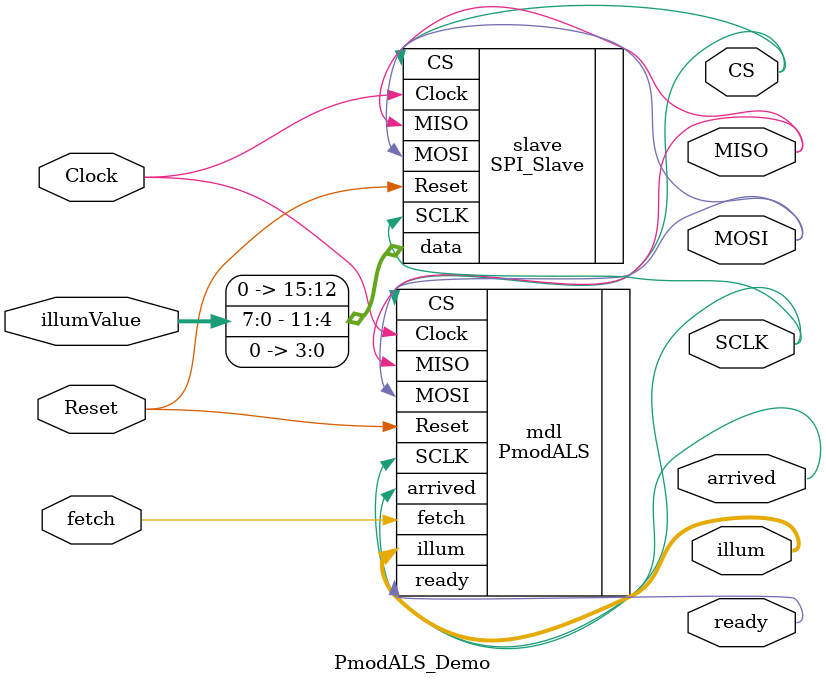
<source format=v>
`default_nettype none
module PmodALS_Demo(
   input Clock,
   input Reset,
   input [7:0] illumValue,
   output ready,
   input fetch,
   output arrived,
   output [7:0] illum,
   output SCLK,
   output MISO,
   output MOSI,
   output CS);

   PmodALS mdl(
      .Clock(Clock), .Reset(Reset),
      .ready(ready), .fetch(fetch), .arrived(arrived),
      .illum(illum),
      .SCLK(SCLK), .MISO(MISO),
      .MOSI(MOSI), .CS(CS));

   SPI_Slave #(16) slave(
      .Clock(Clock), .Reset(Reset),
      .data({4'b0,illumValue,4'b0}),
      .SCLK(SCLK), .MISO(MISO),
      .MOSI(MOSI), .CS(CS));

endmodule

</source>
